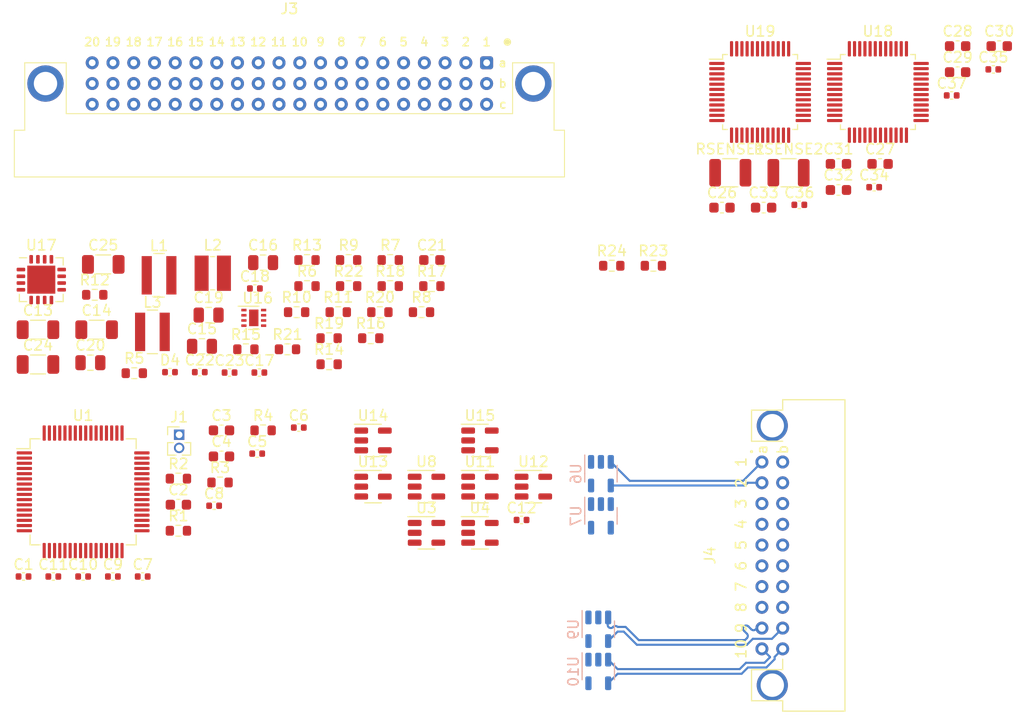
<source format=kicad_pcb>
(kicad_pcb (version 20211014) (generator pcbnew)
  (title_block (title "FOXSI-4 Formatter/Plenum board") (rev "1") (company "University of Minnesota") (comment 1 "Author: Thanasi Pantazides, panta013@umn.edu"))
  (layers (0 "F.Cu" signal) (31 "B.Cu" signal) (34 "B.Paste" user) (35 "F.Paste" user) (36 "B.SilkS" user "B.Silkscreen") (37 "F.SilkS" user "F.Silkscreen") (38 "B.Mask" user) (39 "F.Mask" user) (44 "Edge.Cuts" user))
  (net 0 "")
  (net 1 "Net-(C1-Pad1)")
  (net 2 "GND")
  (net 3 "/microcontroller/OSC1")
  (net 4 "/microcontroller/OSC2")
  (net 5 "+3V3")
  (net 6 "/microcontroller/AVDD")
  (net 7 "/microcontroller/AVSS")
  (net 10 "+1V2")
  (net 11 "+5V")
  (net 12 "Net-(C17-Pad1)")
  (net 13 "Net-(C17-Pad2)")
  (net 14 "Net-(C21-Pad1)")
  (net 15 "Net-(C22-Pad1)")
  (net 16 "Net-(C22-Pad2)")
  (net 17 "+2V5")
  (net 18 "Net-(C26-Pad1)")
  (net 19 "Net-(C26-Pad2)")
  (net 20 "Net-(C27-Pad1)")
  (net 21 "Net-(C27-Pad2)")
  (net 22 "Net-(C28-Pad2)")
  (net 23 "Net-(C29-Pad2)")
  (net 24 "/houskeeping/LDO2")
  (net 25 "/houskeeping/LDO1")
  (net 26 "/houskeeping/VREF2")
  (net 27 "/houskeeping/VREF1")
  (net 28 "/houskeeping/VREFBYP2")
  (net 29 "/houskeeping/VREFBYP1")
  (net 30 "/power/1V2_PG")
  (net 31 "Net-(D4-Pad2)")
  (net 32 "Net-(J1-Pad2)")
  (net 33 "/header/TEMP1.RSENSE")
  (net 34 "/header/TEMP2.RSENSE")
  (net 35 "/header/TEMP1.CH3")
  (net 36 "/header/TEMP1.CH5")
  (net 37 "/header/TEMP1.CH7")
  (net 38 "/header/TEMP1.CH9")
  (net 39 "/header/TEMP1.CH11")
  (net 40 "/header/TEMP1.CH13")
  (net 41 "/header/TEMP1.CH15")
  (net 42 "/header/TEMP1.CH17")
  (net 43 "/header/TEMP1.CH19")
  (net 44 "/header/TEMP2.CH3")
  (net 45 "/header/TEMP2.CH5")
  (net 46 "/header/TEMP2.CH7")
  (net 47 "/header/TEMP2.CH9")
  (net 48 "/header/TEMP2.CH11")
  (net 49 "/header/TEMP2.CH13")
  (net 50 "/header/TEMP2.CH15")
  (net 51 "/header/TEMP2.CH17")
  (net 52 "/header/TEMP2.CH19")
  (net 53 "/header/TEMP1.CH4")
  (net 54 "/header/TEMP1.CH6")
  (net 55 "/header/TEMP1.CH8")
  (net 56 "/header/TEMP1.CH10")
  (net 57 "/header/TEMP1.CH12")
  (net 58 "/header/TEMP1.CH14")
  (net 59 "/header/TEMP1.CH16")
  (net 60 "/header/TEMP1.CH18")
  (net 61 "/header/TEMP1.CH20")
  (net 62 "/header/TEMP2.CH4")
  (net 63 "/header/TEMP2.CH6")
  (net 64 "/header/TEMP2.CH8")
  (net 65 "/header/TEMP2.CH10")
  (net 66 "/header/TEMP2.CH12")
  (net 67 "/header/TEMP2.CH14")
  (net 68 "/header/TEMP2.CH16")
  (net 69 "/header/TEMP2.CH18")
  (net 70 "/header/TEMP2.CH20")
  (net 71 "Net-(L2-Pad1)")
  (net 72 "/microcontroller/nMCLR")
  (net 73 "/microcontroller/UNLAUNCH")
  (net 74 "Net-(R4-Pad1)")
  (net 75 "Net-(R5-Pad1)")
  (net 76 "/power/3V3_EN")
  (net 77 "/power/3V3_PG")
  (net 78 "/power/3V3_SNOOZE")
  (net 79 "Net-(R10-Pad2)")
  (net 80 "Net-(D1-Pad2)")
  (net 81 "Net-(D2-Pad2)")
  (net 82 "Net-(D3-Pad2)")
  (net 83 "/power/2V5_PG")
  (net 84 "/power/1V2_EN")
  (net 85 "/power/2V5_EN")
  (net 86 "Net-(D5-Pad2)")
  (net 87 "Net-(D6-Pad2)")
  (net 88 "Net-(D7-Pad2)")
  (net 89 "Net-(D8-Pad2)")
  (net 90 "/eth_phy/LEDA")
  (net 91 "Net-(D9-Pad2)")
  (net 92 "/eth_phy/LEDB")
  (net 93 "Net-(RSENSE1-Pad1)")
  (net 94 "/houskeeping/TEMP2.RSENSE")
  (net 95 "Net-(RSENSE2-Pad1)")
  (net 96 "/houskeeping/TEMP1.RSENSE")
  (net 97 "/microcontroller/SPI.nCS2")
  (net 98 "/microcontroller/SPI.nCS1")
  (net 99 "/microcontroller/INTRPT0")
  (net 100 "/microcontroller/INTRPT1")
  (net 101 "/microcontroller/INTRPT2")
  (net 102 "/microcontroller/INTRPT3")
  (net 112 "/microcontroller/ETH.LEDB")
  (net 113 "/microcontroller/ETH.LEDA")
  (net 116 "/microcontroller/2V5_EN")
  (net 117 "/microcontroller/1V2_EN")
  (net 118 "/microcontroller/UART.TX")
  (net 119 "/microcontroller/UART.RX")
  (net 120 "/microcontroller/3V3_SNOOZE")
  (net 121 "/microcontroller/SPI.SCK")
  (net 122 "/microcontroller/SPI.SDI")
  (net 123 "/microcontroller/SPI.SDO")
  (net 124 "/microcontroller/PGD")
  (net 125 "/microcontroller/PGC")
  (net 126 "/microcontroller/2V5_PG")
  (net 127 "/microcontroller/1V2_PG")
  (net 128 "/microcontroller/ETH.RX_N")
  (net 129 "/microcontroller/ETH.RX_P")
  (net 130 "/microcontroller/ETH.TX_N")
  (net 131 "/microcontroller/ETH.TX_P")
  (net 135 "/microcontroller/TEMP2_READY")
  (net 136 "/microcontroller/TEMP1_READY")
  (net 137 "/microcontroller/SPI.nCS4")
  (net 138 "/microcontroller/SPI.nCS3")
  (net 139 "Net-(U2-Pad4)")
  (net 140 "/sync/nQ")
  (net 141 "/sync/Q")
  (net 142 "/sync/SYNC1-")
  (net 143 "/sync/SYNC1+")
  (net 144 "/sync/SYNC2-")
  (net 145 "/sync/SYNC2+")
  (net 146 "/sync/SYNC3-")
  (net 147 "/sync/SYNC3+")
  (net 148 "/sync/SYNC4-")
  (net 149 "/sync/SYNC4+")
  (net 150 "/sync/SYNC5-")
  (net 151 "/sync/SYNC5+")
  (net 152 "/sync/SYNC6-")
  (net 153 "/sync/SYNC6+")
  (net 154 "/sync/SYNC7-")
  (net 155 "/sync/SYNC7+")
  (net 156 "/sync/SYNC8-")
  (net 157 "/sync/SYNC8+")
  (net 158 "/sync/SYNC9-")
  (net 159 "/sync/SYNC9+")
  (net 160 "/sync/SYNC10-")
  (net 161 "/sync/SYNC10+")
  (net 163 "/houskeeping/TEMP2.CH3")
  (net 164 "/houskeeping/TEMP2.CH4")
  (net 165 "/houskeeping/TEMP2.CH5")
  (net 166 "/houskeeping/TEMP2.CH6")
  (net 167 "/houskeeping/TEMP2.CH7")
  (net 168 "/houskeeping/TEMP2.CH8")
  (net 169 "/houskeeping/TEMP2.CH9")
  (net 170 "/houskeeping/TEMP2.CH10")
  (net 171 "/houskeeping/TEMP2.CH11")
  (net 172 "/houskeeping/TEMP2.CH12")
  (net 173 "/houskeeping/TEMP2.CH13")
  (net 174 "/houskeeping/TEMP2.CH14")
  (net 175 "/houskeeping/TEMP2.CH15")
  (net 176 "/houskeeping/TEMP2.CH16")
  (net 177 "/houskeeping/TEMP2.CH17")
  (net 178 "/houskeeping/TEMP2.CH18")
  (net 179 "/houskeeping/TEMP2.CH19")
  (net 180 "/houskeeping/TEMP2.CH20")
  (net 181 "/houskeeping/TEMP2_INTRPT")
  (net 182 "/houskeeping/SPI.SCK")
  (net 183 "/houskeeping/SPI.SDI")
  (net 184 "/houskeeping/SPI.SDO")
  (net 185 "/houskeeping/SPI.nCS2")
  (net 186 "/houskeeping/TEMP2_nRESET")
  (net 187 "/houskeeping/TEMP1.CH3")
  (net 188 "/houskeeping/TEMP1.CH4")
  (net 189 "/houskeeping/TEMP1.CH5")
  (net 190 "/houskeeping/TEMP1.CH6")
  (net 191 "/houskeeping/TEMP1.CH7")
  (net 192 "/houskeeping/TEMP1.CH8")
  (net 193 "/houskeeping/TEMP1.CH9")
  (net 194 "/houskeeping/TEMP1.CH10")
  (net 195 "/houskeeping/TEMP1.CH11")
  (net 196 "/houskeeping/TEMP1.CH12")
  (net 197 "/houskeeping/TEMP1.CH13")
  (net 198 "/houskeeping/TEMP1.CH14")
  (net 199 "/houskeeping/TEMP1.CH15")
  (net 200 "/houskeeping/TEMP1.CH16")
  (net 201 "/houskeeping/TEMP1.CH17")
  (net 202 "/houskeeping/TEMP1.CH18")
  (net 203 "/houskeeping/TEMP1.CH19")
  (net 204 "/houskeeping/TEMP1.CH20")
  (net 205 "/houskeeping/TEMP1_INTRPT")
  (net 206 "/houskeeping/SPI.nCS1")
  (net 207 "/houskeeping/TEMP1_nRESET")
  (footprint "Capacitor_SMD:C_0805_2012Metric" (layer "F.Cu") (at 117.314 88.886)
    (fp_text reference "C16")
    (fp_text value "10µF")
  )
  (footprint "Capacitor_SMD:C_0603_1608Metric" (layer "F.Cu") (at 172.744 81.886)
    (fp_text reference "C32")
    (fp_text value "1 µF")
  )
  (footprint "Capacitor_SMD:C_1206_3216Metric" (layer "F.Cu") (at 101.914 89.056)
    (fp_text reference "C25")
    (fp_text value "22µF")
  )
  (footprint "Capacitor_SMD:C_0603_1608Metric" (layer "F.Cu") (at 188.234 68.026)
    (fp_text reference "C30")
    (fp_text value "10 µF")
  )
  (footprint "Capacitor_SMD:C_0603_1608Metric" (layer "F.Cu") (at 165.534 83.586)
    (fp_text reference "C33")
    (fp_text value "1 µF")
  )
  (footprint "Resistor_SMD:R_0603_1608Metric" (layer "F.Cu") (at 132.574 93.656)
    (fp_text reference "R8")
    (fp_text value "180 kΩ")
  )
  (footprint "Capacitor_SMD:C_0603_1608Metric" (layer "F.Cu") (at 133.574 88.636)
    (fp_text reference "C21")
    (fp_text value "1µF")
  )
  (footprint "Capacitor_SMD:C_0402_1005Metric" (layer "F.Cu") (at 94.234 119.126)
    (fp_text reference "C1")
    (fp_text value "0.1µF")
  )
  (footprint "Capacitor_SMD:C_0402_1005Metric" (layer "F.Cu") (at 120.754 104.776)
    (fp_text reference "C6")
    (fp_text value "0.1µF")
  )
  (footprint "Resistor_SMD:R_0603_1608Metric" (layer "F.Cu") (at 129.564 88.636)
    (fp_text reference "R7")
    (fp_text value "180 kΩ")
  )
  (footprint "Inductor_SMD:L_Wuerth_MAPI-4030" (layer "F.Cu") (at 107.289 90.106)
    (fp_text reference "L1")
    (fp_text value "4.7 µH")
  )
  (footprint "Capacitor_SMD:C_0603_1608Metric" (layer "F.Cu") (at 161.524 83.586)
    (fp_text reference "C26")
    (fp_text value "10 µF (X7R)")
  )
  (footprint "Package_TO_SOT_SMD:SOT-23-5" (layer "F.Cu") (at 138.204 114.916)
    (fp_text reference "U4")
    (fp_text value "74LVC1G02")
  )
  (footprint "Resistor_SMD:R_1210_3225Metric" (layer "F.Cu") (at 167.934 80.226)
    (fp_text reference "RSENSE2")
    (fp_text value "? 1%")
  )
  (footprint "Resistor_SMD:R_0603_1608Metric" (layer "F.Cu") (at 129.564 91.146)
    (fp_text reference "R18")
    (fp_text value "4.7kΩ")
  )
  (footprint "Resistor_SMD:R_0603_1608Metric" (layer "F.Cu") (at 109.154 114.716)
    (fp_text reference "R1")
    (fp_text value "10kΩ")
  )
  (footprint "Resistor_SMD:R_0603_1608Metric" (layer "F.Cu") (at 125.554 88.636)
    (fp_text reference "R9")
    (fp_text value "180 kΩ")
  )
  (footprint "Capacitor_SMD:C_1206_3216Metric" (layer "F.Cu") (at 95.624 95.346)
    (fp_text reference "C13")
    (fp_text value "22µF")
  )
  (footprint "Capacitor_SMD:C_0402_1005Metric" (layer "F.Cu") (at 99.974 119.126)
    (fp_text reference "C10")
    (fp_text value "0.1µF")
  )
  (footprint "Resistor_SMD:R_0603_1608Metric" (layer "F.Cu") (at 123.674 98.676)
    (fp_text reference "R14")
    (fp_text value "500Ω")
  )
  (footprint "Package_TO_SOT_SMD:SOT-23-5" (layer "F.Cu") (at 143.354 110.466)
    (fp_text reference "U12")
    (fp_text value "NBA3N011S")
  )
  (footprint "Capacitor_SMD:C_0402_1005Metric" (layer "F.Cu") (at 168.974 83.316)
    (fp_text reference "C36")
    (fp_text value "0.1 µF")
  )
  (footprint "Capacitor_SMD:C_0402_1005Metric" (layer "F.Cu") (at 102.844 119.126)
    (fp_text reference "C9")
    (fp_text value "0.1µF")
  )
  (footprint "Capacitor_SMD:C_0402_1005Metric" (layer "F.Cu") (at 187.664 70.266)
    (fp_text reference "C35")
    (fp_text value "0.1 µF")
  )
  (footprint "Resistor_SMD:R_0603_1608Metric" (layer "F.Cu") (at 117.314 105.046)
    (fp_text reference "R4")
    (fp_text value "2.26kΩ 1%")
  )
  (footprint "Capacitor_SMD:C_0402_1005Metric" (layer "F.Cu") (at 111.214 99.436)
    (fp_text reference "C22")
    (fp_text value "0.1µF")
  )
  (footprint "Package_TO_SOT_SMD:SOT-23-5" (layer "F.Cu") (at 133.054 114.916)
    (fp_text reference "U3")
    (fp_text value "74LVC1G02")
  )
  (footprint "Resistor_SMD:R_0603_1608Metric" (layer "F.Cu") (at 150.904 89.186)
    (fp_text reference "R24")
    (fp_text value "150Ω")
  )
  (footprint "Capacitor_SMD:C_1206_3216Metric" (layer "F.Cu") (at 101.274 95.346)
    (fp_text reference "C14")
    (fp_text value "22µF")
  )
  (footprint "Package_QFP:LQFP-48_7x7mm_P0.5mm" (layer "F.Cu") (at 165.194 72.446)
    (fp_text reference "U19")
    (fp_text value "LTC2983")
  )
  (footprint "Resistor_SMD:R_0603_1608Metric" (layer "F.Cu") (at 104.904 99.536)
    (fp_text reference "R5")
    (fp_text value "12.6kΩ 1%")
  )
  (footprint "Capacitor_SMD:C_0402_1005Metric" (layer "F.Cu") (at 183.654 72.776)
    (fp_text reference "C37")
    (fp_text value "0.1 µF")
  )
  (footprint "Package_TO_SOT_SMD:SOT-23-5" (layer "F.Cu") (at 127.904 106.016)
    (fp_text reference "U14")
    (fp_text value "NBA3N011S")
  )
  (footprint "Package_TO_SOT_SMD:SOT-23-5" (layer "F.Cu") (at 138.204 110.466)
    (fp_text reference "U11")
    (fp_text value "NBA3N011S")
  )
  (footprint "Capacitor_SMD:C_0603_1608Metric" (layer "F.Cu") (at 184.224 68.026)
    (fp_text reference "C28")
    (fp_text value "10 µF (X5R)")
  )
  (footprint "Resistor_SMD:R_0603_1608Metric" (layer "F.Cu") (at 128.564 93.656)
    (fp_text reference "R20")
    (fp_text value "500Ω")
  )
  (footprint "Capacitor_SMD:C_0603_1608Metric" (layer "F.Cu") (at 109.154 112.206)
    (fp_text reference "C2")
    (fp_text value "33pF 5%")
  )
  (footprint "Capacitor_SMD:C_0402_1005Metric" (layer "F.Cu") (at 176.184 81.616)
    (fp_text reference "C34")
    (fp_text value "0.1 µF")
  )
  (footprint "Package_QFP:TQFP-64_10x10mm_P0.5mm" (layer "F.Cu") (at 99.974 110.966)
    (fp_text reference "U1")
    (fp_text value "PIC18F66J60-IPT")
  )
  (footprint "Resistor_SMD:R_0603_1608Metric" (layer "F.Cu") (at 127.684 96.166)
    (fp_text reference "R16")
    (fp_text value "4.7kΩ")
  )
  (footprint "Capacitor_SMD:C_0402_1005Metric" (layer "F.Cu") (at 114.084 99.476)
    (fp_text reference "C23")
    (fp_text value "0.1µF")
  )
  (footprint "Capacitor_SMD:C_0402_1005Metric" (layer "F.Cu") (at 142.214 113.676)
    (fp_text reference "C12")
    (fp_text value "0.1µF")
  )
  (footprint "Resistor_SMD:R_1210_3225Metric" (layer "F.Cu") (at 162.324 80.226)
    (fp_text reference "RSENSE1")
    (fp_text value "? 1%")
  )
  (footprint "Capacitor_SMD:C_1206_3216Metric" (layer "F.Cu") (at 95.624 98.696)
    (fp_text reference "C24")
    (fp_text value "22µF")
  )
  (footprint "Capacitor_SMD:C_0603_1608Metric" (layer "F.Cu") (at 113.304 107.556)
    (fp_text reference "C4")
    (fp_text value "10µF")
  )
  (footprint "Resistor_SMD:R_0603_1608Metric" (layer "F.Cu") (at 125.554 91.146)
    (fp_text reference "R22")
    (fp_text value "500Ω")
  )
  (footprint "Capacitor_SMD:C_0805_2012Metric" (layer "F.Cu") (at 112.064 93.936)
    (fp_text reference "C19")
    (fp_text value "22µF")
  )
  (footprint "Capacitor_SMD:C_0402_1005Metric" (layer "F.Cu") (at 116.524 91.376)
    (fp_text reference "C18")
    (fp_text value "0.1µF")
  )
  (footprint "Package_TO_SOT_SMD:SOT-23-5" (layer "F.Cu") (at 138.204 106.016)
    (fp_text reference "U15")
    (fp_text value "NBA3N011S")
  )
  (footprint "Capacitor_SMD:C_0402_1005Metric" (layer "F.Cu") (at 112.594 112.306)
    (fp_text reference "C8")
    (fp_text value "0.1µF")
  )
  (footprint "Capacitor_SMD:C_0805_2012Metric" (layer "F.Cu") (at 100.674 98.526)
    (fp_text reference "C20")
    (fp_text value "10µF")
  )
  (footprint "Resistor_SMD:R_0603_1608Metric" (layer "F.Cu") (at 120.544 93.656)
    (fp_text reference "R10")
    (fp_text value "50kΩ 1%")
  )
  (footprint "Connector_Harwin:Harwin_JTek-Male_2x10_P2.00mm_Horizontal" (layer "F.Cu") (at 166.37 117.094 90)
    (fp_text reference "J4")
    (fp_text value "Conn_02x10_Row_Letter_First")
  )
  (footprint "Resistor_SMD:R_0603_1608Metric" (layer "F.Cu") (at 109.154 109.696)
    (fp_text reference "R2")
    (fp_text value "470Ω")
  )
  (footprint "Package_QFP:LQFP-48_7x7mm_P0.5mm" (layer "F.Cu") (at 176.544 72.446)
    (fp_text reference "U18")
    (fp_text value "LTC2983")
  )
  (footprint "Package_DFN_QFN:Texas_S-PVQFN-N16_EP2.7x2.7mm" (layer "F.Cu") (at 95.944 90.526)
    (fp_text reference "U17")
    (fp_text value "TPS54294")
  )
  (footprint "Resistor_SMD:R_0603_1608Metric" (layer "F.Cu") (at 133.574 91.146)
    (fp_text reference "R17")
    (fp_text value "4.7kΩ")
  )
  (footprint "Capacitor_SMD:C_0402_1005Metric" (layer "F.Cu") (at 108.344 99.436)
    (fp_text reference "D4")
    (fp_text value "R")
  )
  (footprint "Capacitor_SMD:C_0603_1608Metric" (layer "F.Cu") (at 184.224 70.536)
    (fp_text reference "C29")
    (fp_text value "10 µF (X5R)")
  )
  (footprint "Resistor_SMD:R_0603_1608Metric" (layer "F.Cu") (at 121.544 88.636)
    (fp_text reference "R13")
    (fp_text value "500Ω")
  )
  (footprint "Capacitor_SMD:C_0402_1005Metric" (layer "F.Cu") (at 116.744 107.286)
    (fp_text reference "C5")
    (fp_text value "0.1µF")
  )
  (footprint "Resistor_SMD:R_0603_1608Metric" (layer "F.Cu") (at 124.554 93.656)
    (fp_text reference "R11")
    (fp_text value "22kΩ 1%")
  )
  (footprint "Inductor_SMD:L_Wuerth_MAPI-4030" (layer "F.Cu") (at 106.649 95.556)
    (fp_text reference "L3")
    (fp_text value "4.7 µH")
  )
  (footprint "Resistor_SMD:R_0603_1608Metric" (layer "F.Cu") (at 113.164 110.066)
    (fp_text reference "R3")
    (fp_text value "4.7kΩ")
  )
  (footprint "Inductor_SMD:L_Wuerth_MAPI-3020" (layer "F.Cu") (at 112.464 89.906)
    (fp_text reference "L2")
    (fp_text value "1 µH")
  )
  (footprint "Package_TO_SOT_SMD:SOT-23-5" (layer "F.Cu") (at 133.054 110.466)
    (fp_text reference "U8")
    (fp_text value "NBA3N011S")
  )
  (footprint "Package_SON:WSON-8-1EP_2x2mm_P0.5mm_EP0.9x1.6mm" (layer "F.Cu") (at 116.414 94.206)
    (fp_text reference "U16")
    (fp_text value "TPS62082")
  )
  (footprint "Connector_PinHeader_1.27mm:PinHeader_1x02_P1.27mm_Vertical" (layer "F.Cu") (at 109.224 105.466)
    (fp_text reference "J1")
    (fp_text value "Conn_02x01")
  )
  (footprint "Resistor_SMD:R_0603_1608Metric" (layer "F.Cu") (at 121.544 91.146)
    (fp_text reference "R6")
    (fp_text value "22kΩ 1%")
  )
  (footprint "Package_TO_SOT_SMD:SOT-23-5" (layer "F.Cu") (at 127.904 110.466)
    (fp_text reference "U13")
    (fp_text value "NBA3N011S")
  )
  (footprint "Capacitor_SMD:C_0402_1005Metric" (layer "F.Cu") (at 97.104 119.126)
    (fp_text reference "C11")
    (fp_text value "0.1µF")
  )
  (footprint "Resistor_SMD:R_0603_1608Metric" (layer "F.Cu") (at 123.674 96.166)
    (fp_text reference "R19")
    (fp_text value "500Ω")
  )
  (footprint "Capacitor_SMD:C_0603_1608Metric" (layer "F.Cu") (at 113.304 105.046)
    (fp_text reference "C3")
    (fp_text value "33pF 5%")
  )
  (footprint "Capacitor_SMD:C_0402_1005Metric" (layer "F.Cu") (at 105.714 119.126)
    (fp_text reference "C7")
    (fp_text value "0.1µF")
  )
  (footprint "Capacitor_SMD:C_0402_1005Metric" (layer "F.Cu") (at 116.954 99.476)
    (fp_text reference "C17")
    (fp_text value "0.1µF")
  )
  (footprint "Resistor_SMD:R_0603_1608Metric" (layer "F.Cu") (at 115.654 97.236)
    (fp_text reference "R15")
    (fp_text value "4.7kΩ")
  )
  (footprint "Resistor_SMD:R_0603_1608Metric" (layer "F.Cu") (at 119.664 97.236)
    (fp_text reference "R21")
    (fp_text value "500Ω")
  )
  (footprint "Capacitor_SMD:C_0603_1608Metric" (layer "F.Cu") (at 176.754 79.376)
    (fp_text reference "C27")
    (fp_text value "10 µF (X7R)")
  )
  (footprint "Capacitor_SMD:C_0805_2012Metric" (layer "F.Cu") (at 111.424 96.946)
    (fp_text reference "C15")
    (fp_text value "10µF")
  )
  (footprint "Resistor_SMD:R_0603_1608Metric" (layer "F.Cu") (at 154.914 89.186)
    (fp_text reference "R23")
    (fp_text value "150Ω")
  )
  (footprint "Resistor_SMD:R_0603_1608Metric" (layer "F.Cu") (at 101.094 91.986)
    (fp_text reference "R12")
    (fp_text value "500Ω")
  )
  (footprint "Connector_Harwin:Harwin_JTek-Male_3x20_P2.00mm_Horizontal" (layer "F.Cu") (at 119.849 71.631)
    (fp_text reference "J3")
    (fp_text value "Conn_03x20_MountingPin")
  )
  (footprint "Capacitor_SMD:C_0603_1608Metric" (layer "F.Cu") (at 172.744 79.376)
    (fp_text reference "C31")
    (fp_text value "10 µF")
  )
  (footprint "Package_TO_SOT_SMD:SOT-23-5" (layer "B.Cu") (at 149.606 124.206 -90)
    (fp_text reference "U9")
    (fp_text value "NBA3N011S")
  )
  (footprint "Package_TO_SOT_SMD:SOT-23-5" (layer "B.Cu") (at 149.86 109.22 -90)
    (fp_text reference "U6")
    (fp_text value "NBA3N011S")
  )
  (footprint "Package_TO_SOT_SMD:SOT-23-5" (layer "B.Cu") (at 149.606 128.27 -90)
    (fp_text reference "U10")
    (fp_text value "NBA3N011S")
  )
  (footprint "Package_TO_SOT_SMD:SOT-23-5" (layer "B.Cu") (at 149.86 113.284 -90)
    (fp_text reference "U7")
    (fp_text value "NBA3N011S")
  )
  (segment (start 163.556501 109.907499) (end 165.37 108.094) (width 0.2) (layer "B.Cu") (net 142))
  (segment (start 152.634999 109.907499) (end 163.556501 109.907499) (width 0.2) (layer "B.Cu") (net 142))
  (segment (start 150.81 108.0825) (end 152.634999 109.907499) (width 0.2) (layer "B.Cu") (net 142))
  (segment (start 150.81 110.3575) (end 163.742897 110.3575) (width 0.2) (layer "B.Cu") (net 143))
  (segment (start 164.006397 110.094) (end 165.37 110.094) (width 0.2) (layer "B.Cu") (net 143))
  (segment (start 163.742897 110.3575) (end 164.006397 110.094) (width 0.2) (layer "B.Cu") (net 143))
  (segment (start 164.349167 124.214372) (end 164.066324 123.931529) (width 0.2) (layer "B.Cu") (net 148))
  (segment (start 164.77343 124.214371) (end 164.773431 124.214372) (width 0.2) (layer "B.Cu") (net 148))
  (segment (start 152.239199 123.980999) (end 151.468499 123.980999) (width 0.2) (layer "B.Cu") (net 148))
  (segment (start 151.044233 123.980998) (end 151.024373 124.000859) (width 0.2) (layer "B.Cu") (net 148))
  (segment (start 163.9249 125.0629) (end 163.7368 125.251) (width 0.2) (layer "B.Cu") (net 148))
  (segment (start 164.066324 123.931529) (end 164.066324 123.93153) (width 0.2) (layer "B.Cu") (net 148))
  (segment (start 150.600108 123.576593) (end 150.619969 123.556733) (width 0.2) (layer "B.Cu") (net 148))
  (segment (start 150.619969 123.132469) (end 150.61997 123.13247) (width 0.2) (layer "B.Cu") (net 148))
  (segment (start 150.61997 123.13247) (end 150.556 123.0685) (width 0.2) (layer "B.Cu") (net 148))
  (segment (start 151.044234 123.980998) (end 151.044233 123.980998) (width 0.2) (layer "B.Cu") (net 148))
  (segment (start 164.8938 124.094) (end 164.77343 124.214371) (width 0.2) (layer "B.Cu") (net 148))
  (segment (start 150.600108 123.576594) (end 150.600108 123.576593) (width 0.2) (layer "B.Cu") (net 148))
  (segment (start 165.37 124.094) (end 164.8938 124.094) (width 0.2) (layer "B.Cu") (net 148))
  (segment (start 163.642058 124.355794) (end 163.9249 124.638636) (width 0.2) (layer "B.Cu") (net 148))
  (segment (start 153.5092 125.251) (end 152.239199 123.980999) (width 0.2) (layer "B.Cu") (net 148))
  (segment (start 163.7368 125.251) (end 153.5092 125.251) (width 0.2) (layer "B.Cu") (net 148))
  (arc (start 164.773431 124.214372) (mid 164.561299 124.30224) (end 164.349167 124.214372) (width 0.2) (layer "B.Cu") (net 148))
  (arc (start 151.024373 124.000859) (mid 150.812241 124.088727) (end 150.600109 124.000859) (width 0.2) (layer "B.Cu") (net 148))
  (arc (start 151.468499 123.980999) (mid 151.256366 123.893129) (end 151.044234 123.980998) (width 0.2) (layer "B.Cu") (net 148))
  (arc (start 150.619969 123.556733) (mid 150.707837 123.344601) (end 150.619969 123.132469) (width 0.2) (layer "B.Cu") (net 148))
  (arc (start 164.066324 123.93153) (mid 163.854192 123.843661) (end 163.642058 123.93153) (width 0.2) (layer "B.Cu") (net 148))
  (arc (start 163.642058 123.93153) (mid 163.55419 124.143662) (end 163.642058 124.355794) (width 0.2) (layer "B.Cu") (net 148))
  (arc (start 163.9249 124.638636) (mid 164.012768 124.850768) (end 163.9249 125.0629) (width 0.2) (layer "B.Cu") (net 148))
  (arc (start 150.600109 124.000859) (mid 150.512239 123.788726) (end 150.600108 123.576594) (width 0.2) (layer "B.Cu") (net 148))
  (segment (start 164.4971 125.1271) (end 166.3369 125.1271) (width 0.2) (layer "B.Cu") (net 149))
  (segment (start 163.9232 125.701) (end 164.4971 125.1271) (width 0.2) (layer "B.Cu") (net 149))
  (segment (start 150.556 125.3435) (end 151.468499 124.431001) (width 0.2) (layer "B.Cu") (net 149))
  (segment (start 151.468499 124.431001) (end 152.052801 124.431001) (width 0.2) (layer "B.Cu") (net 149))
  (segment (start 152.052801 124.431001) (end 153.3228 125.701) (width 0.2) (layer "B.Cu") (net 149))
  (segment (start 153.3228 125.701) (end 163.9232 125.701) (width 0.2) (layer "B.Cu") (net 149))
  (segment (start 166.3369 125.1271) (end 167.37 124.094) (width 0.2) (layer "B.Cu") (net 149))
  (segment (start 165.37 126.094) (end 166.144999 126.868999) (width 0.2) (layer "B.Cu") (net 150))
  (segment (start 166.144999 126.868999) (end 166.144999 126.906801) (width 0.2) (layer "B.Cu") (net 150))
  (segment (start 166.144999 126.906801) (end 165.614807 127.436993) (width 0.2) (layer "B.Cu") (net 150))
  (segment (start 163.2288 128.045) (end 151.468499 128.044999) (width 0.2) (layer "B.Cu") (net 150))
  (segment (start 163.836807 127.436993) (end 163.2288 128.045) (width 0.2) (layer "B.Cu") (net 150))
  (segment (start 151.468499 128.044999) (end 150.556 127.1325) (width 0.2) (layer "B.Cu") (net 150))
  (segment (start 165.614807 127.436993) (end 163.836807 127.436993) (width 0.2) (layer "B.Cu") (net 150))
  (segment (start 163.4152 128.495) (end 151.468499 128.495001) (width 0.2) (layer "B.Cu") (net 151))
  (segment (start 167.37 126.094) (end 166.595001 126.868999) (width 0.2) (layer "B.Cu") (net 151))
  (segment (start 164.023207 127.886993) (end 163.4152 128.495) (width 0.2) (layer "B.Cu") (net 151))
  (segment (start 165.801207 127.886993) (end 164.023207 127.886993) (width 0.2) (layer "B.Cu") (net 151))
  (segment (start 166.595001 126.868999) (end 166.595001 127.093199) (width 0.2) (layer "B.Cu") (net 151))
  (segment (start 166.595001 127.093199) (end 165.801207 127.886993) (width 0.2) (layer "B.Cu") (net 151))
  (segment (start 151.468499 128.495001) (end 150.556 129.4075) (width 0.2) (layer "B.Cu") (net 151))
)
</source>
